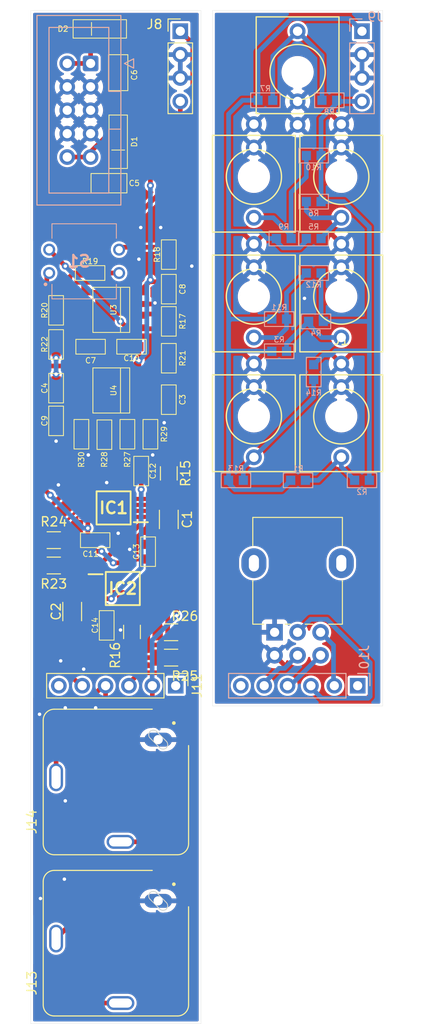
<source format=kicad_pcb>
(kicad_pcb (version 20211014) (generator pcbnew)
  (layers (0 "F.Cu" signal) (31 "B.Cu" signal) (34 "B.Paste" user) (35 "F.Paste" user) (36 "B.SilkS" user "B.Silkscreen") (37 "F.SilkS" user "F.Silkscreen") (38 "B.Mask" user) (39 "F.Mask" user) (44 "Edge.Cuts" user))
  (net 0 "")
  (net 1 "GND")
  (net 2 "Net-(C1-Pad1)")
  (net 3 "Net-(C1-Pad2)")
  (net 4 "Net-(C2-Pad1)")
  (net 5 "Net-(C2-Pad2)")
  (net 6 "+12V")
  (net 7 "-12V")
  (net 8 "Net-(D1-Pad2)")
  (net 9 "Net-(D2-Pad1)")
  (net 10 "Net-(J1-Pad3)")
  (net 11 "Net-(J2-Pad3)")
  (net 12 "Net-(J3-Pad3)")
  (net 13 "Net-(J4-Pad3)")
  (net 14 "Net-(J5-Pad3)")
  (net 15 "Net-(J6-Pad3)")
  (net 16 "Net-(J7-Pad3)")
  (net 17 "Net-(J9-Pad1)")
  (net 18 "Net-(J10-Pad4)")
  (net 19 "Net-(J10-Pad2)")
  (net 21 "Net-(R17-Pad2)")
  (net 22 "Net-(R18-Pad2)")
  (net 23 "Net-(C3-Pad2)")
  (net 24 "Net-(C3-Pad1)")
  (net 25 "Net-(C4-Pad2)")
  (net 26 "Net-(C4-Pad1)")
  (net 27 "Net-(J8-Pad1)")
  (net 28 "Net-(J10-Pad3)")
  (net 29 "Rout")
  (net 30 "Lout")
  (net 31 "HPoutR")
  (net 32 "HPoutL")
  (net 33 "Net-(R19-Pad2)")
  (net 34 "Net-(R20-Pad2)")
  (net 35 "Net-(IC1-Pad6)")
  (net 36 "Net-(IC1-Pad1)")
  (net 37 "Net-(IC2-Pad6)")
  (net 38 "Net-(IC2-Pad1)")
  (net 39 "Net-(J9-Pad4)")
  (net 40 "Net-(J8-Pad4)")
  (net 42 "Net-(J10-Pad5)")
  (footprint "nearness:PJ301M12" (layer "F.Cu") (at 156.5 71.055 180)
    (fp_text reference "J2" hide)
    (fp_text value "PJ301M12")
  )
  (footprint "nearness:PJ301M12" (layer "F.Cu") (at 156.5 58.055 180)
    (fp_text reference "J3" hide)
    (fp_text value "PJ301M12")
  )
  (footprint "nearness:PJ301M12" (layer "F.Cu") (at 151.75 46.695)
    (fp_text reference "J4" hide)
    (fp_text value "PJ301M12")
  )
  (footprint "nearness:PJ301M12" (layer "F.Cu") (at 147 58.055 180)
    (fp_text reference "J5" hide)
    (fp_text value "PJ301M12")
  )
  (footprint "nearness:PJ301M12" (layer "F.Cu") (at 147 71.055 180)
    (fp_text reference "J6" hide)
    (fp_text value "PJ301M12")
  )
  (footprint "nearness:PJ301M12" (layer "F.Cu") (at 147 84.055 180)
    (fp_text reference "J7" hide)
    (fp_text value "PJ301M12")
  )
  (footprint "Capacitors_SMD:C_1206" (layer "F.Cu") (at 137.75 95.25 90)
    (fp_text reference "C1")
    (fp_text value "100n")
  )
  (footprint "Capacitors_SMD:C_1206" (layer "F.Cu") (at 127.25 105.25 90)
    (fp_text reference "C2")
    (fp_text value "100n")
  )
  (footprint "nearness:0603" (layer "F.Cu") (at 137.75 82.25 -90)
    (fp_text reference "C3")
    (fp_text value "22p")
  )
  (footprint "nearness:0603" (layer "F.Cu") (at 125.5 81 -90)
    (fp_text reference "C4")
    (fp_text value "22p")
  )
  (footprint "nearness:0805" (layer "F.Cu") (at 131.25 58.75 180)
    (fp_text reference "C5")
    (fp_text value "22u")
  )
  (footprint "nearness:0805" (layer "F.Cu") (at 132.25 46.75 90)
    (fp_text reference "C6")
    (fp_text value "22u")
  )
  (footprint "nearness:0603" (layer "F.Cu") (at 129.25 76.5)
    (fp_text reference "C7")
    (fp_text value "100n")
  )
  (footprint "nearness:0603" (layer "F.Cu") (at 137.75 70.25 90)
    (fp_text reference "C8")
    (fp_text value "100n")
  )
  (footprint "nearness:0603" (layer "F.Cu") (at 125.5 84.55 -90)
    (fp_text reference "C9")
    (fp_text value "100n")
  )
  (footprint "nearness:0603" (layer "F.Cu") (at 133.7 76.5)
    (fp_text reference "C10")
    (fp_text value "100n")
  )
  (footprint "nearness:SOD-123" (layer "F.Cu") (at 132.25 54.25 90)
    (fp_text reference "D1")
    (fp_text value "1N5819HW")
  )
  (footprint "nearness:SOD-123" (layer "F.Cu") (at 130.25 42)
    (fp_text reference "D2")
    (fp_text value "1N5819HW")
  )
  (footprint "nearness:PJ301M12" (layer "F.Cu") (at 156.5 84.055 180)
    (fp_text reference "J1")
    (fp_text value "PJ301M12")
  )
  (footprint "Connector_PinHeader_2.54mm:PinHeader_1x04_P2.54mm_Vertical" (layer "F.Cu") (at 139 42.25)
    (fp_text reference "J8")
    (fp_text value "Conn_01x03_Male")
  )
  (footprint "Connector_PinHeader_2.54mm:PinHeader_1x06_P2.54mm_Vertical" (layer "F.Cu") (at 138.5 113.3 -90)
    (fp_text reference "J11")
    (fp_text value "Conn_01x04_Male")
  )
  (footprint "Resistor_SMD:R_1206_3216Metric" (layer "F.Cu") (at 137.75 90.25 -90)
    (fp_text reference "R15")
    (fp_text value "100k")
  )
  (footprint "Resistor_SMD:R_1206_3216Metric" (layer "F.Cu") (at 133.75 107.4625 90)
    (fp_text reference "R16")
    (fp_text value "100k")
  )
  (footprint "nearness:0603" (layer "F.Cu") (at 137.75 73.75 -90)
    (fp_text reference "R17")
    (fp_text value "100k")
  )
  (footprint "nearness:0603" (layer "F.Cu") (at 137.75 66.5 90)
    (fp_text reference "R18")
    (fp_text value "100k")
  )
  (footprint "nearness:0603" (layer "F.Cu") (at 129.2 68.5)
    (fp_text reference "R19")
    (fp_text value "100k")
  )
  (footprint "nearness:0603" (layer "F.Cu") (at 125.5 72.55 -90)
    (fp_text reference "R20")
    (fp_text value "100k")
  )
  (footprint "nearness:0603" (layer "F.Cu") (at 137.75 77.75 -90)
    (fp_text reference "R21")
    (fp_text value "100k")
  )
  (footprint "nearness:0603" (layer "F.Cu") (at 125.5 76.25 -90)
    (fp_text reference "R22")
    (fp_text value "100k")
  )
  (footprint "Resistor_SMD:R_1206_3216Metric" (layer "F.Cu") (at 125.25 100.25 180)
    (fp_text reference "R23")
    (fp_text value "1")
  )
  (footprint "Resistor_SMD:R_1206_3216Metric" (layer "F.Cu") (at 125.25 97.5 180)
    (fp_text reference "R24")
    (fp_text value "1")
  )
  (footprint "Resistor_SMD:R_1206_3216Metric" (layer "F.Cu") (at 138 110.25)
    (fp_text reference "R25")
    (fp_text value "1")
  )
  (footprint "Resistor_SMD:R_1206_3216Metric" (layer "F.Cu") (at 138 107.5)
    (fp_text reference "R26")
    (fp_text value "1")
  )
  (footprint "nearness:0603" (layer "F.Cu") (at 133.25 86 -90)
    (fp_text reference "R27")
    (fp_text value "100k")
  )
  (footprint "nearness:0603" (layer "F.Cu") (at 130.75 86.05 -90)
    (fp_text reference "R28")
    (fp_text value "100k")
  )
  (footprint "nearness:0603" (layer "F.Cu") (at 135.75 86 -90)
    (fp_text reference "R29")
    (fp_text value "1k")
  )
  (footprint "nearness:0603" (layer "F.Cu") (at 128.25 86 -90)
    (fp_text reference "R30")
    (fp_text value "1k")
  )
  (footprint "Potentiometer_THT:Potentiometer_Alpha_RD902F-40-00D_Dual_Vertical" (layer "F.Cu") (at 149.25 107.5 90)
    (fp_text reference "RV1" hide)
    (fp_text value "R_POT_Dual_Separate" hide)
  )
  (footprint "nearness:SOIC-8" (layer "F.Cu") (at 131.5 72.5 90)
    (fp_text reference "U3")
    (fp_text value "LME49720")
  )
  (footprint "nearness:SOIC-8" (layer "F.Cu") (at 131.5 81.25 90)
    (fp_text reference "U4")
    (fp_text value "LME49720")
  )
  (footprint "SamacSys_Parts:SOP65P640X145-8N" (layer "F.Cu") (at 131.75 94 180)
    (fp_text reference "IC1")
    (fp_text value "NJM4556AV-TE1" hide)
  )
  (footprint "SamacSys_Parts:SOP65P640X145-8N" (layer "F.Cu") (at 132.75 102.75)
    (fp_text reference "IC2")
    (fp_text value "NJM4556AV-TE1" hide)
  )
  (footprint "nearness:0603" (layer "F.Cu") (at 129.75 97.5)
    (fp_text reference "C11")
    (fp_text value "100n")
  )
  (footprint "nearness:0603" (layer "F.Cu") (at 134.75 90 -90)
    (fp_text reference "C12")
    (fp_text value "100n")
  )
  (footprint "nearness:0603" (layer "F.Cu") (at 135.5 98.75 90)
    (fp_text reference "C13")
    (fp_text value "100n")
  )
  (footprint "nearness:0603" (layer "F.Cu") (at 131 106.75 90)
    (fp_text reference "C14")
    (fp_text value "100n")
  )
  (footprint "nearness:CUI_SJ-63083A" (layer "F.Cu") (at 132 123.75 90)
    (fp_text reference "J14")
    (fp_text value "SJ-63083A")
    (fp_line (start 5.47988 4.41922) (end 4.41922 5.47988) (layer "Edge.Cuts") (width 0.1))
    (fp_line (start 3.71212 4.77278) (end 4.77278 3.71212) (layer "Edge.Cuts") (width 0.1))
    (fp_arc (start 4.41922 5.47988) (mid 4.06567 5.626325) (end 3.71212 5.47988) (layer "Edge.Cuts") (width 0.1))
    (fp_arc (start 3.71212 5.47988) (mid 3.565675 5.12633) (end 3.71212 4.77278) (layer "Edge.Cuts") (width 0.1))
    (fp_arc (start 4.77278 3.71212) (mid 5.12633 3.565675) (end 5.47988 3.71212) (layer "Edge.Cuts") (width 0.1))
    (fp_arc (start 5.47988 3.71212) (mid 5.626325 4.06567) (end 5.47988 4.41922) (layer "Edge.Cuts") (width 0.1))
  )
  (footprint "nearness:CUI_SJ-63083A" (layer "F.Cu") (at 132 141.25 90)
    (fp_text reference "J13")
    (fp_text value "SJ-63083A")
    (fp_line (start 5.47988 4.41922) (end 4.41922 5.47988) (layer "Edge.Cuts") (width 0.1))
    (fp_line (start 3.71212 4.77278) (end 4.77278 3.71212) (layer "Edge.Cuts") (width 0.1))
    (fp_arc (start 5.47988 3.71212) (mid 5.626325 4.06567) (end 5.47988 4.41922) (layer "Edge.Cuts") (width 0.1))
    (fp_arc (start 4.41922 5.47988) (mid 4.06567 5.626325) (end 3.71212 5.47988) (layer "Edge.Cuts") (width 0.1))
    (fp_arc (start 4.77278 3.71212) (mid 5.12633 3.565675) (end 5.47988 3.71212) (layer "Edge.Cuts") (width 0.1))
    (fp_arc (start 3.71212 5.47988) (mid 3.565675 5.12633) (end 3.71212 4.77278) (layer "Edge.Cuts") (width 0.1))
  )
  (footprint "nearness:0603" (layer "B.Cu") (at 151.8 91 180)
    (fp_text reference "R1")
    (fp_text value "100k")
  )
  (footprint "nearness:0603" (layer "B.Cu") (at 158.75 91)
    (fp_text reference "R2")
    (fp_text value "1M67")
  )
  (footprint "nearness:0603" (layer "B.Cu") (at 149.75 77 180)
    (fp_text reference "R3")
    (fp_text value "103k")
  )
  (footprint "nearness:0603" (layer "B.Cu") (at 153.75 73.75)
    (fp_text reference "R4")
    (fp_text value "439k")
  )
  (footprint "nearness:0603" (layer "B.Cu") (at 153.5 64.75 180)
    (fp_text reference "R5")
    (fp_text value "113k")
  )
  (footprint "nearness:0603" (layer "B.Cu") (at 153.5 60.75)
    (fp_text reference "R6")
    (fp_text value "215k")
  )
  (footprint "nearness:0603" (layer "B.Cu") (at 148.25 49.75 180)
    (fp_text reference "R7")
    (fp_text value "141k")
  )
  (footprint "nearness:0603" (layer "B.Cu") (at 155.2 49.75)
    (fp_text reference "R8")
    (fp_text value "141k")
  )
  (footprint "nearness:0603" (layer "B.Cu") (at 150.25 64.75 180)
    (fp_text reference "R9")
    (fp_text value "215k")
  )
  (footprint "nearness:0603" (layer "B.Cu") (at 153.5 55.75)
    (fp_text reference "R10")
    (fp_text value "113k")
  )
  (footprint "nearness:0603" (layer "B.Cu") (at 149.75 73.5 180)
    (fp_text reference "R11")
    (fp_text value "439k")
  )
  (footprint "nearness:0603" (layer "B.Cu") (at 153.5 68.5)
    (fp_text reference "R12")
    (fp_text value "103k")
  )
  (footprint "nearness:0603" (layer "B.Cu") (at 145.05 91 180)
    (fp_text reference "R13")
    (fp_text value "1M67")
  )
  (footprint "nearness:0603" (layer "B.Cu") (at 153.5 79.25 90)
    (fp_text reference "R14")
    (fp_text value "100k")
  )
  (footprint "Connector_PinSocket_2.54mm:PinSocket_1x04_P2.54mm_Vertical" (layer "B.Cu") (at 158.75 42.25 180)
    (fp_text reference "J9")
    (fp_text value "Conn_01x03_Female")
  )
  (footprint "Connector_PinSocket_2.54mm:PinSocket_1x06_P2.54mm_Vertical" (layer "B.Cu") (at 158.28 113.3 90)
    (fp_text reference "J10")
    (fp_text value "Conn_01x04_Female")
  )
  (footprint "SamacSys_Parts:ADP0204" (layer "B.Cu") (at 124.75 68.5)
    (fp_text reference "S1")
    (fp_text value "ADP0204" hide)
  )
  (footprint "Connector_IDC:IDC-Header_2x05_P2.54mm_Vertical" (layer "B.Cu") (at 129.25 45.75 180)
    (fp_text reference "J12" hide)
    (fp_text value "Conn_02x05_Odd_Even")
  )
  (gr_line (start 161 40) (end 161 115.5) (layer "Edge.Cuts") (width 0.0254))
  (gr_line (start 161 115.5) (end 142.5 115.5) (layer "Edge.Cuts") (width 0.0254))
  (gr_line (start 142.5 115.5) (end 142.5 40) (layer "Edge.Cuts") (width 0.0254))
  (gr_line (start 142.5 40) (end 161 40) (layer "Edge.Cuts") (width 0.0254))
  (gr_line (start 141.25 150) (end 122.75 150) (layer "Edge.Cuts") (width 0.0254))
  (gr_line (start 122.75 150) (end 122.75 40) (layer "Edge.Cuts") (width 0.0254))
  (gr_line (start 141.25 40) (end 141.25 150) (layer "Edge.Cuts") (width 0.0254))
  (gr_line (start 122.75 40) (end 141.25 40) (layer "Edge.Cuts") (width 0.0254))
  (via (at 126 110.6) (size 0.762) (drill 0.381) (layers "F.Cu" "B.Cu") (net 1))
  (via (at 134.5 67) (size 0.762) (drill 0.381) (layers "F.Cu" "B.Cu") (net 1))
  (via (at 134.7 63.56) (size 0.762) (drill 0.381) (layers "F.Cu" "B.Cu") (net 1))
  (via (at 136.87 63.56) (size 0.762) (drill 0.381) (layers "F.Cu" "B.Cu") (net 1))
  (via (at 125.5 86.75) (size 0.762) (drill 0.381) (layers "F.Cu" "B.Cu") (net 1))
  (via (at 152.5 71.25) (size 0.762) (drill 0.381) (layers "F.Cu" "B.Cu") (net 1))
  (via (at 132.25 96.75) (size 0.762) (drill 0.381) (layers "F.Cu" "B.Cu") (net 1))
  (via (at 132.5 107.25) (size 0.762) (drill 0.381) (layers "F.Cu" "B.Cu") (net 1))
  (via (at 131 91.25) (size 0.762) (drill 0.381) (layers "F.Cu" "B.Cu") (net 1))
  (via (at 125.75 91.5) (size 0.762) (drill 0.381) (layers "F.Cu" "B.Cu") (net 1))
  (via (at 129 88.25) (size 0.762) (drill 0.381) (layers "F.Cu" "B.Cu") (net 1))
  (via (at 123.8 136.4) (size 0.762) (drill 0.381) (layers "F.Cu" "B.Cu") (net 1))
  (via (at 136.25 71.75) (size 0.762) (drill 0.381) (layers "F.Cu" "B.Cu") (net 1))
  (via (at 133.5 98.5) (size 0.762) (drill 0.381) (layers "F.Cu" "B.Cu") (net 1))
  (via (at 126.5 115.7) (size 0.762) (drill 0.381) (layers "F.Cu" "B.Cu") (net 1))
  (via (at 137.25 84.75) (size 0.762) (drill 0.381) (layers "F.Cu" "B.Cu") (net 1))
  (via (at 123.7 116.4) (size 0.762) (drill 0.381) (layers "F.Cu" "B.Cu") (net 1))
  (via (at 129.8 115.7) (size 0.762) (drill 0.381) (layers "F.Cu" "B.Cu") (net 1))
  (via (at 126.5 125.8) (size 0.762) (drill 0.381) (layers "F.Cu" "B.Cu") (net 1))
  (via (at 140.25 67.75) (size 0.762) (drill 0.381) (layers "F.Cu" "B.Cu") (net 1))
  (via (at 128.5 111.5) (size 0.762) (drill 0.381) (layers "F.Cu" "B.Cu") (net 1))
  (via (at 126.4 134.3) (size 0.762) (drill 0.381) (layers "F.Cu" "B.Cu") (net 1))
  (via (at 136 88.25) (size 0.762) (drill 0.381) (layers "F.Cu" "B.Cu") (net 1))
  (segment (start 136.904991 111.891999) (end 137.62998 111.16701) (width 0.508) (layer "F.Cu") (net 2))
  (segment (start 137.62998 111.16701) (end 137.62998 96.87002) (width 0.508) (layer "F.Cu") (net 2))
  (segment (start 137.62998 96.87002) (end 137.75 96.75) (width 0.508) (layer "F.Cu") (net 2))
  (segment (start 134.568001 111.891999) (end 136.904991 111.891999) (width 0.508) (layer "F.Cu") (net 2))
  (segment (start 133.21 113.25) (end 134.568001 111.891999) (width 0.508) (layer "F.Cu") (net 2))
  (segment (start 134.712 93.675) (end 137.675 93.675) (width 0.3) (layer "F.Cu") (net 3))
  (segment (start 134.712 93.675) (end 133.647298 93.675) (width 0.3) (layer "F.Cu") (net 3))
  (segment (start 133.647298 93.675) (end 132.997298 93.025) (width 0.3) (layer "F.Cu") (net 3))
  (segment (start 132.997298 93.025) (end 128.788 93.025) (width 0.3) (layer "F.Cu") (net 3))
  (segment (start 137.675 93.675) (end 137.75 93.75) (width 0.3) (layer "F.Cu") (net 3))
  (segment (start 137.75 91.7125) (end 137.75 93.75) (width 0.508) (layer "F.Cu") (net 3))
  (segment (start 127.25 112.37) (end 128.13 113.25) (width 0.508) (layer "F.Cu") (net 4))
  (segment (start 127.25 106.75) (end 127.25 112.37) (width 0.508) (layer "F.Cu") (net 4))
  (segment (start 129.788 103.075) (end 127.925 103.075) (width 0.3) (layer "F.Cu") (net 5))
  (segment (start 132.825 103.075) (end 129.788 103.075) (width 0.3) (layer "F.Cu") (net 5))
  (segment (start 133.75 106) (end 135.712 104.038) (width 0.508) (layer "F.Cu") (net 5))
  (segment (start 135.712 104.038) (end 135.712 103.808001) (width 0.508) (layer "F.Cu") (net 5))
  (segment (start 135.712 103.725) (end 133.475 103.725) (width 0.3) (layer "F.Cu") (net 5))
  (segment (start 133.475 103.725) (end 132.825 103.075) (width 0.3) (layer "F.Cu") (net 5))
  (segment (start 127.925 103.075) (end 127.25 103.75) (width 0.3) (layer "F.Cu") (net 5))
  (segment (start 127.456001 64.801999) (end 124.194159 64.801999) (width 0.508) (layer "F.Cu") (net 6))
  (segment (start 135.5 99.55) (end 135.5 101.479999) (width 0.508) (layer "F.Cu") (net 6))
  (segment (start 124.194159 64.801999) (end 123.591999 65.404159) (width 0.508) (layer "F.Cu") (net 6))
  (segment (start 128.95 97.5) (end 128.95 96.2) (width 0.508) (layer "F.Cu") (net 6))
  (segment (start 134.2 99.55) (end 135.5 99.55) (width 0.508) (layer "F.Cu") (net 6))
  (segment (start 123.591999 81.841999) (end 123.591999 91.341999) (width 0.508) (layer "F.Cu") (net 6))
  (segment (start 126.358001 78.591999) (end 123.591999 78.591999) (width 0.508) (layer "F.Cu") (net 6))
  (segment (start 128.95 95.220001) (end 128.788 95.058001) (width 0.508) (layer "F.Cu") (net 6))
  (segment (start 123.591999 91.341999) (end 124.871382 92.621382) (width 0.508) (layer "F.Cu") (net 6))
  (segment (start 123.591999 81.841999) (end 125.5 83.75) (width 0.508) (layer "F.Cu") (net 6))
  (segment (start 132.25 60.008) (end 127.456001 64.801999) (width 0.508) (layer "F.Cu") (net 6))
  (segment (start 128.95 97.5) (end 128.95 97.7) (width 0.508) (layer "F.Cu") (net 6))
  (segment (start 133.786382 99.963618) (end 134.2 99.55) (width 0.508) (layer "F.Cu") (net 6))
  (segment (start 128.5 83.155) (end 126.095 83.155) (width 0.508) (layer "F.Cu") (net 6))
  (segment (start 132.25 58.75) (end 132.25 60.008) (width 0.508) (layer "F.Cu") (net 6))
  (segment (start 131.713618 99.963618) (end 133.786382 99.963618) (width 0.508) (layer "F.Cu") (net 6))
  (segment (start 128.95 97.814402) (end 129.84198 98.706382) (width 0.508) (layer "F.Cu") (net 6))
  (segment (start 128.95 96.2) (end 128.95 95.220001) (width 0.508) (layer "F.Cu") (net 6))
  (segment (start 135.5 101.479999) (end 135.712 101.691999) (width 0.508) (layer "F.Cu") (net 6))
  (segment (start 126.095 83.155) (end 125.5 83.75) (width 0.508) (layer "F.Cu") (net 6))
  (segment (start 132.25 56.15) (end 132.25 58.75) (width 0.508) (layer "F.Cu") (net 6))
  (segment (start 128.45 76.5) (end 128.45 74.455) (width 0.508) (layer "F.Cu") (net 6))
  (segment (start 123.591999 78.591999) (end 123.591999 81.841999) (width 0.508) (layer "F.Cu") (net 6))
  (segment (start 128.95 97.5) (end 128.95 97.814402) (width 0.508) (layer "F.Cu") (net 6))
  (segment (start 128.45 74.455) (end 128.5 74.405) (width 0.508) (layer "F.Cu") (net 6))
  (segment (start 129.84198 98.706382) (end 130.456382 98.706382) (width 0.508) (layer "F.Cu") (net 6))
  (segment (start 128.45 76.5) (end 126.358001 78.591999) (width 0.508) (layer "F.Cu") (net 6))
  (segment (start 123.591999 65.404159) (end 123.591999 78.591999) (width 0.508) (layer "F.Cu") (net 6))
  (via (at 131.713618 99.963618) (size 0.762) (drill 0.381) (layers "F.Cu" "B.Cu") (net 6))
  (via (at 130.456382 98.706382) (size 0.762) (drill 0.381) (layers "F.Cu" "B.Cu") (net 6))
  (via (at 128.95 96.2) (size 0.762) (drill 0.381) (layers "F.Cu" "B.Cu") (net 6))
  (via (at 124.871382 92.621382) (size 0.762) (drill 0.381) (layers "F.Cu" "B.Cu") (net 6))
  (segment (start 130.456382 98.706382) (end 131.713618 99.963618) (width 0.508) (layer "B.Cu") (net 6))
  (segment (start 124.871382 92.621382) (end 128.45 96.2) (width 0.508) (layer "B.Cu") (net 6))
  (segment (start 128.45 96.2) (end 128.95 96.2) (width 0.508) (layer "B.Cu") (net 6))
  (segment (start 134.75 92) (end 134.75 92.903999) (width 0.508) (layer "F.Cu") (net 7))
  (segment (start 131.5 103.86) (end 129.839999 103.86) (width 0.508) (layer "F.Cu") (net 7))
  (segment (start 132.229989 89.287989) (end 133.742 90.8) (width 0.508) (layer "F.Cu") (net 7))
  (segment (start 134.5 78) (end 134.5 79.345) (width 0.508) (layer "F.Cu") (net 7))
  (segment (start 131 105.95) (end 129.992 105.95) (width 0.508) (layer "F.Cu") (net 7))
  (segment (start 129.75 103.846001) (end 129.788 103.808001) (width 0.508) (layer "F.Cu") (net 7))
  (segment (start 134.5 70.595) (end 135.645 69.45) (width 0.508) (layer "F.Cu") (net 7))
  (segment (start 134.75 90.8) (end 134.75 92) (width 0.508) (layer "F.Cu") (net 7))
  (segment (start 132.25 45.75) (end 135.410158 45.75) (width 0.508) (layer "F.Cu") (net 7))
  (segment (start 134.75 92.903999) (end 134.712 92.941999) (width 0.508) (layer "F.Cu") (net 7))
  (segment (start 129.992 105.95) (end 129.788 105.746) (width 0.508) (layer "F.Cu") (net 7))
  (segment (start 129.788 105.746) (end 129.788 103.808001) (width 0.508) (layer "F.Cu") (net 7))
  (segment (start 135.410158 45.75) (end 135.75 46.089842) (width 0.508) (layer "F.Cu") (net 7))
  (segment (start 129.839999 103.86) (end 129.788 103.808001) (width 0.508) (layer "F.Cu") (net 7))
  (segment (start 132.15 45.65) (end 132.25 45.75) (width 0.508) (layer "F.Cu") (net 7))
  (segment (start 133.742 90.8) (end 134.75 90.8) (width 0.508) (layer "F.Cu") (net 7))
  (segment (start 132.229989 80.270011) (end 132.229989 89.287989) (width 0.508) (layer "F.Cu") (net 7))
  (segment (start 132.15 42) (end 132.15 45.65) (width 0.508) (layer "F.Cu") (net 7))
  (segment (start 134.5 78) (end 132.229989 80.270011) (width 0.508) (layer "F.Cu") (net 7))
  (segment (start 135.75 46.089842) (end 135.75 59) (width 0.508) (layer "F.Cu") (net 7))
  (segment (start 135.645 69.45) (end 137.75 69.45) (width 0.508) (layer "F.Cu") (net 7))
  (segment (start 134.5 76.5) (end 134.5 78) (width 0.508) (layer "F.Cu") (net 7))
  (via (at 134.75 92) (size 0.762) (drill 0.381) (layers "F.Cu" "B.Cu") (net 7))
  (via (at 134.5 78) (size 0.762) (drill 0.381) (layers "F.Cu" "B.Cu") (net 7))
  (via (at 131.5 103.86) (size 0.762) (drill 0.381) (layers "F.Cu" "B.Cu") (net 7))
  (via (at 135.75 59) (size 0.762) (drill 0.381) (layers "F.Cu" "B.Cu") (net 7))
  (via (at 135.75 69.25) (size 0.762) (drill 0.381) (layers "F.Cu" "B.Cu") (net 7))
  (segment (start 135.75 59) (end 135.75 69.25) (width 0.508) (layer "B.Cu") (net 7))
  (segment (start 135.75 69.25) (end 135.360999 69.639001) (width 0.508) (layer "B.Cu") (net 7))
  (segment (start 134.75 100.5) (end 131.5 103.75) (width 0.508) (layer "B.Cu") (net 7))
  (segment (start 135.360999 77.139001) (end 134.5 78) (width 0.508) (layer "B.Cu") (net 7))
  (segment (start 131.5 103.75) (end 131.5 103.86) (width 0.508) (layer "B.Cu") (net 7))
  (segment (start 135.360999 69.639001) (end 135.360999 77.139001) (width 0.508) (layer "B.Cu") (net 7))
  (segment (start 134.75 92) (end 134.75 100.5) (width 0.508) (layer "B.Cu") (net 7))
  (segment (start 129.25 55.35) (end 132.25 52.35) (width 0.508) (layer "F.Cu") (net 8))
  (segment (start 126.71 55.91) (end 129.25 55.91) (width 0.508) (layer "F.Cu") (net 8))
  (segment (start 129.25 55.91) (end 129.25 55.35) (width 0.508) (layer "F.Cu") (net 8))
  (segment (start 129.25 42.9) (end 128.35 42) (width 0.508) (layer "F.Cu") (net 9))
  (segment (start 126.71 45.75) (end 129.25 45.75) (width 0.508) (layer "F.Cu") (net 9))
  (segment (start 129.25 45.75) (end 129.25 42.9) (width 0.508) (layer "F.Cu") (net 9))
  (segment (start 154 91) (end 156.5 88.5) (width 0.508) (layer "B.Cu") (net 10))
  (segment (start 156.5 89.55) (end 157.95 91) (width 0.508) (layer "B.Cu") (net 10))
  (segment (start 152.6 91) (end 154 91) (width 0.508) (layer "B.Cu") (net 10))
  (segment (start 156.5 88.5) (end 156.5 89.55) (width 0.508) (layer "B.Cu") (net 10))
  (segment (start 152.95 74.064402) (end 152.95 73.75) (width 0.508) (layer "B.Cu") (net 11))
  (segment (start 150.55 76.15) (end 152.95 73.75) (width 0.508) (layer "B.Cu") (net 11))
  (segment (start 154.385598 75.5) (end 152.95 74.064402) (width 0.508) (layer "B.Cu") (net 11))
  (segment (start 156.5 75.5) (end 154.385598 75.5) (width 0.508) (layer "B.Cu") (net 11))
  (segment (start 150.55 77) (end 150.55 76.15) (width 0.508) (layer "B.Cu") (net 11))
  (segment (start 154.3 64.75) (end 154.3 64.7) (width 0.508) (layer "B.Cu") (net 12))
  (segment (start 154.3 64.7) (end 156.5 62.5) (width 0.508) (layer "B.Cu") (net 12))
  (segment (start 152.7 61.758) (end 152.7 60.75) (width 0.508) (layer "B.Cu") (net 12))
  (segment (start 156.5 62.5) (end 153.442 62.5) (width 0.508) (layer "B.Cu") (net 12))
  (segment (start 153.442 62.5) (end 152.7 61.758) (width 0.508) (layer "B.Cu") (net 12))
  (segment (start 154.4 44.9) (end 151.75 42.25) (width 0.508) (layer "B.Cu") (net 13))
  (segment (start 149.05 49.75) (end 149.05 44.95) (width 0.508) (layer "B.Cu") (net 13))
  (segment (start 149.05 44.95) (end 151.75 42.25) (width 0.508) (layer "B.Cu") (net 13))
  (segment (start 154.4 49.75) (end 154.4 44.9) (width 0.508) (layer "B.Cu") (net 13))
  (segment (start 149.114402 62.5) (end 147 62.5) (width 0.508) (layer "B.Cu") (net 14))
  (segment (start 152.7 58.077644) (end 151.05 59.727644) (width 0.508) (layer "B.Cu") (net 14))
  (segment (start 151.05 59.727644) (end 151.05 64.75) (width 0.508) (layer "B.Cu") (net 14))
  (segment (start 151.05 64.435598) (end 149.114402 62.5) (width 0.508) (layer "B.Cu") (net 14))
  (segment (start 152.7 55.75) (end 152.7 58.077644) (width 0.508) (layer "B.Cu") (net 14))
  (segment (start 151.05 64.75) (end 151.05 64.435598) (width 0.508) (layer "B.Cu") (net 14))
  (segment (start 150.55 70.65) (end 152.7 68.5) (width 0.508) (layer "B.Cu") (net 15))
  (segment (start 150.55 74.508) (end 149.558 75.5) (width 0.508) (layer "B.Cu") (net 15))
  (segment (start 149.558 75.5) (end 147 75.5) (width 0.508) (layer "B.Cu") (net 15))
  (segment (start 150.55 73.5) (end 150.55 74.508) (width 0.508) (layer "B.Cu") (net 15))
  (segment (start 150.55 73.5) (end 150.55 70.65) (width 0.508) (layer "B.Cu") (net 15))
  (segment (start 153.5 80.05) (end 153.5 82) (width 0.508) (layer "B.Cu") (net 16))
  (segment (start 145.85 91) (end 145.85 89.65) (width 0.508) (layer "B.Cu") (net 16))
  (segment (start 153.5 82) (end 147 88.5) (width 0.508) (layer "B.Cu") (net 16))
  (segment (start 145.85 89.65) (end 147 88.5) (width 0.508) (layer "B.Cu") (net 16))
  (segment (start 149.991999 92.008001) (end 144.943599 92.008001) (width 0.508) (layer "B.Cu") (net 17))
  (segment (start 152.7 64.75) (end 152.7 65.014402) (width 0.508) (layer "B.Cu") (net 17))
  (segment (start 150.143599 65.758001) (end 149.45 65.064402) (width 0.508) (layer "B.Cu") (net 17))
  (segment (start 144.943599 92.008001) (end 144.25 91.314402) (width 0.508) (layer "B.Cu") (net 17))
  (segment (start 151.091631 40.878399) (end 157.378399 40.878399) (width 0.508) (layer "B.Cu") (net 17))
  (segment (start 144.25 51.25) (end 144.25 61) (width 0.508) (layer "B.Cu") (net 17))
  (segment (start 144.5 73.5) (end 144.25 73.75) (width 0.508) (layer "B.Cu") (net 17))
  (segment (start 145.75 49.75) (end 144.25 51.25) (width 0.508) (layer "B.Cu") (net 17))
  (segment (start 147.68997 77) (end 147.658369 76.968399) (width 0.508) (layer "B.Cu") (net 17))
  (segment (start 147.45 49.75) (end 147.45 44.52003) (width 0.508) (layer "B.Cu") (net 17))
  (segment (start 149.45 64.75) (end 148.442 64.75) (width 0.508) (layer "B.Cu") (net 17))
  (segment (start 148.442 64.75) (end 147.660399 63.968399) (width 0.508) (layer "B.Cu") (net 17))
  (segment (start 144.281601 63.968399) (end 144.25 64) (width 0.508) (layer "B.Cu") (net 17))
  (segment (start 148.95 73.5) (end 144.5 73.5) (width 0.508) (layer "B.Cu") (net 17))
  (segment (start 152.7 65.014402) (end 151.956401 65.758001) (width 0.508) (layer "B.Cu") (net 17))
  (segment (start 147.45 49.75) (end 145.75 49.75) (width 0.508) (layer "B.Cu") (net 17))
  (segment (start 147.45 44.52003) (end 151.091631 40.878399) (width 0.508) (layer "B.Cu") (net 17))
  (segment (start 144.25 64) (end 144.25 73.75) (width 0.508) (layer "B.Cu") (net 17))
  (segment (start 144.25 76.75) (end 144.25 91) (width 0.508) (layer "B.Cu") (net 17))
  (segment (start 151 91) (end 149.991999 92.008001) (width 0.508) (layer "B.Cu") (net 17))
  (segment (start 147.660399 63.968399) (end 144.281601 63.968399) (width 0.508) (layer "B.Cu") (net 17))
  (segment (start 147.658369 76.968399) (end 144.468399 76.968399) (width 0.508) (layer "B.Cu") (net 17))
  (segment (start 144.25 61) (end 144.25 64) (width 0.508) (layer "B.Cu") (net 17))
  (segment (start 157.378399 40.878399) (end 158.75 42.25) (width 0.508) (layer "B.Cu") (net 17))
  (segment (start 144.25 91.314402) (end 144.25 91) (width 0.508) (layer "B.Cu") (net 17))
  (segment (start 148.95 77) (end 147.68997 77) (width 0.508) (layer "B.Cu") (net 17))
  (segment (start 151.956401 65.758001) (end 150.143599 65.758001) (width 0.508) (layer "B.Cu") (net 17))
  (segment (start 149.45 65.064402) (end 149.45 64.75) (width 0.508) (layer "B.Cu") (net 17))
  (segment (start 144.468399 76.968399) (end 144.25 76.75) (width 0.508) (layer "B.Cu") (net 17))
  (segment (start 144.25 73.75) (end 144.25 76.75) (width 0.508) (layer "B.Cu") (net 17))
  (segment (start 154.25 110) (end 151 113.25) (width 0.508) (layer "B.Cu") (net 18))
  (segment (start 151 113.25) (end 150.42 113.25) (width 0.508) (layer "B.Cu") (net 18))
  (segment (start 155.658001 108.908001) (end 155.658001 113.091999) (width 0.508) (layer "B.Cu") (net 19))
  (segment (start 154.25 107.5) (end 155.658001 108.908001) (width 0.508) (layer "B.Cu") (net 19))
  (segment (start 155.658001 113.091999) (end 155.5 113.25) (width 0.508) (layer "B.Cu") (net 19))
  (segment (start 124.75 65.96) (end 124.75 66) (width 0.508) (layer "F.Cu") (net 21))
  (segment (start 137.75 74.55) (end 134.645 74.55) (width 0.508) (layer "F.Cu") (net 21))
  (segment (start 134.645 74.55) (end 134.5 74.405) (width 0.508) (layer "F.Cu") (net 21))
  (segment (start 137.75 76.95) (end 137.75 74.55) (width 0.508) (layer "F.Cu") (net 21))
  (segment (start 124.75 66) (end 126.5 67.75) (width 0.508) (layer "F.Cu") (net 21))
  (segment (start 132.5 73.75) (end 133.155 74.405) (width 0.508) (layer "F.Cu") (net 21))
  (segment (start 133.155 74.405) (end 134.5 74.405) (width 0.508) (layer "F.Cu") (net 21))
  (via (at 132.5 73.75) (size 0.762) (drill 0.381) (layers "F.Cu" "B.Cu") (net 21))
  (via (at 126.5 67.75) (size 0.762) (drill 0.381) (layers "F.Cu" "B.Cu") (net 21))
  (segment (start 128.408001 69.658001) (end 132.5 73.75) (width 0.508) (layer "B.Cu") (net 21))
  (segment (start 126.5 67.75) (end 128.408001 69.658001) (width 0.508) (layer "B.Cu") (net 21))
  (segment (start 137.75 65.7) (end 132.61 65.7) (width 0.508) (layer "F.Cu") (net 22))
  (segment (start 132.61 65.7) (end 132.35 65.96) (width 0.508) (layer "F.Cu") (net 22))
  (segment (start 137.645 83.155) (end 137.75 83.05) (width 0.508) (layer "F.Cu") (net 23))
  (segment (start 134.5 83.155) (end 137.645 83.155) (width 0.508) (layer "F.Cu") (net 23))
  (segment (start 135.75 84.405) (end 134.5 83.155) (width 0.508) (layer "F.Cu") (net 23))
  (segment (start 135.75 85.2) (end 135.75 84.405) (width 0.508) (layer "F.Cu") (net 23))
  (segment (start 137.05 81.45) (end 136.615 81.885) (width 0.508) (layer "F.Cu") (net 24))
  (segment (start 134.5 81.885) (end 133.530598 81.885) (width 0.508) (layer "F.Cu") (net 24))
  (segment (start 137.75 81.45) (end 137.75 78.55) (width 0.508) (layer "F.Cu") (net 24))
  (segment (start 132.991999 84.941999) (end 133.25 85.2) (width 0.508) (layer "F.Cu") (net 24))
  (segment (start 137.75 81.45) (end 137.05 81.45) (width 0.508) (layer "F.Cu") (net 24))
  (segment (start 133.530598 81.885) (end 132.991999 82.423599) (width 0.508) (layer "F.Cu") (net 24))
  (segment (start 132.991999 82.423599) (end 132.991999 84.941999) (width 0.508) (layer "F.Cu") (net 24))
  (segment (start 136.615 81.885) (end 134.5 81.885) (width 0.508) (layer "F.Cu") (net 24))
  (segment (start 129.469402 81.885) (end 130.008001 82.423599) (width 0.508) (layer "F.Cu") (net 25))
  (segment (start 128.5 81.885) (end 125.585 81.885) (width 0.508) (layer "F.Cu") (net 25))
  (segment (start 128.694402 85.2) (end 128.25 85.2) (width 0.508) (layer "F.Cu") (net 25))
  (segment (start 125.585 81.885) (end 125.5 81.8) (width 0.508) (layer "F.Cu") (net 25))
  (segment (start 130.008001 82.423599) (end 130.008001 83.886401) (width 0.508) (layer "F.Cu") (net 25))
  (segment (start 128.5 81.885) (end 129.469402 81.885) (width 0.508) (layer "F.Cu") (net 25))
  (segment (start 130.008001 83.886401) (end 128.694402 85.2) (width 0.508) (layer "F.Cu") (net 25))
  (segment (start 125.5 77.05) (end 125.5 77.702999) (width 0.508) (layer "F.Cu") (net 26))
  (segment (start 128.5 80.615) (end 130.008 80.615) (width 0.508) (layer "F.Cu") (net 26))
  (segment (start 130.770011 81.377011) (end 130.770011 85.229989) (width 0.508) (layer "F.Cu") (net 26))
  (segment (start 128.5 80.615) (end 125.915 80.615) (width 0.508) (layer "F.Cu") (net 26))
  (segment (start 125.915 80.615) (end 125.5 80.2) (width 0.508) (layer "F.Cu") (net 26))
  (segment (start 125.5 80.2) (end 125.5 79.480999) (width 0.508) (layer "F.Cu") (net 26))
  (segment (start 130.770011 85.229989) (end 130.75 85.25) (width 0.508) (layer "F.Cu") (net 26))
  (segment (start 130.008 80.615) (end 130.770011 81.377011) (width 0.508) (layer "F.Cu") (net 26))
  (via (at 125.5 77.702999) (size 0.762) (drill 0.381) (layers "F.Cu" "B.Cu") (net 26))
  (via (at 125.5 79.480999) (size 0.762) (drill 0.381) (layers "F.Cu" "B.Cu") (net 26))
  (segment (start 125.5 77.702999) (end 125.5 79.25) (width 0.508) (layer "B.Cu") (net 26))
  (segment (start 125.5 79.25) (end 125.5 79.480999) (width 0.508) (layer "B.Cu") (net 26))
  (segment (start 140.358001 65.699999) (end 140.358001 43.608001) (width 0.508) (layer "F.Cu") (net 27))
  (segment (start 137.75 72.95) (end 137.764402 72.95) (width 0.508) (layer "F.Cu") (net 27))
  (segment (start 137.764402 72.95) (end 138.758001 71.956401) (width 0.508) (layer "F.Cu") (net 27))
  (segment (start 134.685 72.95) (end 134.5 73.135) (width 0.508) (layer "F.Cu") (net 27))
  (segment (start 138.758 67.3) (end 140.358001 65.699999) (width 0.508) (layer "F.Cu") (net 27))
  (segment (start 138.758001 68.308001) (end 137.75 67.3) (width 0.508) (layer "F.Cu") (net 27))
  (segment (start 137.75 67.3) (end 138.758 67.3) (width 0.508) (layer "F.Cu") (net 27))
  (segment (start 137.75 72.95) (end 134.685 72.95) (width 0.508) (layer "F.Cu") (net 27))
  (segment (start 140.358001 43.608001) (end 139 42.25) (width 0.508) (layer "F.Cu") (net 27))
  (segment (start 138.758001 71.956401) (end 138.758001 68.308001) (width 0.508) (layer "F.Cu") (net 27))
  (segment (start 153.158001 106.091999) (end 151.75 107.5) (width 0.508) (layer "B.Cu") (net 28))
  (segment (start 154.368001 114.658001) (end 159.436401 114.658001) (width 0.508) (layer "B.Cu") (net 28))
  (segment (start 159.436401 114.658001) (end 159.638001 114.456401) (width 0.508) (layer "B.Cu") (net 28))
  (segment (start 154.925841 106.091999) (end 153.158001 106.091999) (width 0.508) (layer "B.Cu") (net 28))
  (segment (start 152.96 113.25) (end 154.368001 114.658001) (width 0.508) (layer "B.Cu") (net 28))
  (segment (start 159.638001 114.456401) (end 159.638001 110.804159) (width 0.508) (layer "B.Cu") (net 28))
  (segment (start 159.638001 110.804159) (end 154.925841 106.091999) (width 0.508) (layer "B.Cu") (net 28))
  (segment (start 127.4 134.8) (end 123.6 138.6) (width 0.508) (layer "F.Cu") (net 29))
  (segment (start 125.128159 114.658001) (end 124.421999 113.951841) (width 0.508) (layer "F.Cu") (net 29))
  (segment (start 127.4 122.2) (end 127.4 134.8) (width 0.508) (layer "F.Cu") (net 29))
  (segment (start 124.85801 93.89199) (end 130.75 88) (width 0.508) (layer "F.Cu") (net 29))
  (segment (start 128.25 86.8) (end 130.7 86.8) (width 0.508) (layer "F.Cu") (net 29))
  (segment (start 128.25 147.75) (end 132.5 147.75) (width 0.508) (layer "F.Cu") (net 29))
  (segment (start 124.421999 113.951841) (end 124.421999 112.423863) (width 0.508) (layer "F.Cu") (net 29))
  (segment (start 130.67 113.25) (end 129.261999 114.658001) (width 0.508) (layer "F.Cu") (net 29))
  (segment (start 130.7 86.8) (end 130.75 86.85) (width 0.508) (layer "F.Cu") (net 29))
  (segment (start 130.88 113.3) (end 130.88 118.72) (width 0.508) (layer "F.Cu") (net 29))
  (segment (start 123.6 143.1) (end 128.25 147.75) (width 0.508) (layer "F.Cu") (net 29))
  (segment (start 123.6 138.6) (end 123.6 143.1) (width 0.508) (layer "F.Cu") (net 29))
  (segment (start 129.261999 114.658001) (end 125.128159 114.658001) (width 0.508) (layer "F.Cu") (net 29))
  (segment (start 124.85801 111.987852) (end 124.85801 93.89199) (width 0.508) (layer "F.Cu") (net 29))
  (segment (start 130.75 88) (end 130.75 86.85) (width 0.508) (layer "F.Cu") (net 29))
  (segment (start 130.88 118.72) (end 127.4 122.2) (width 0.508) (layer "F.Cu") (net 29))
  (segment (start 124.421999 112.423863) (end 124.85801 111.987852) (width 0.508) (layer "F.Cu") (net 29))
  (segment (start 135.96 115.84) (end 135.96 113.3) (width 0.508) (layer "F.Cu") (net 30))
  (segment (start 129.7 136.55) (end 129.7 122.1) (width 0.508) (layer "F.Cu") (net 30))
  (segment (start 138.6 99.4) (end 138.6 105.7) (width 0.508) (layer "F.Cu") (net 30))
  (segment (start 135.75 86.8) (end 137.77199 86.8) (width 0.508) (layer "F.Cu") (net 30))
  (segment (start 125.5 140.75) (end 129.7 136.55) (width 0.508) (layer "F.Cu") (net 30))
  (segment (start 139.5 98.5) (end 138.6 99.4) (width 0.508) (layer "F.Cu") (net 30))
  (segment (start 137.77199 86.8) (end 139.5 88.52801) (width 0.508) (layer "F.Cu") (net 30))
  (segment (start 139.5 88.52801) (end 139.5 98.5) (width 0.508) (layer "F.Cu") (net 30))
  (segment (start 129.7 122.1) (end 135.96 115.84) (width 0.508) (layer "F.Cu") (net 30))
  (segment (start 133.25 86.8) (end 135.75 86.8) (width 0.508) (layer "F.Cu") (net 30))
  (via (at 138.6 105.7) (size 0.762) (drill 0.381) (layers "F.Cu" "B.Cu") (net 30))
  (segment (start 135.94 113.3) (end 135.94 108.36) (width 0.508) (layer "B.Cu") (net 30))
  (segment (start 135.94 108.36) (end 138.6 105.7) (width 0.508) (layer "B.Cu") (net 30))
  (segment (start 139.857511 126.442489) (end 136.05 130.25) (width 0.508) (layer "F.Cu") (net 31))
  (segment (start 139.857511 110.645011) (end 139.857511 126.442489) (width 0.508) (layer "F.Cu") (net 31))
  (segment (start 139.4625 107.5) (end 139.4625 110.25) (width 0.508) (layer "F.Cu") (net 31))
  (segment (start 136.05 130.25) (end 132.5 130.25) (width 0.508) (layer "F.Cu") (net 31))
  (segment (start 139.4625 110.25) (end 139.857511 110.645011) (width 0.508) (layer "F.Cu") (net 31))
  (segment (start 123.7875 100.25) (end 123.7875 111.980718) (width 0.508) (layer "F.Cu") (net 32))
  (segment (start 125.5 123.25) (end 125.5 116.106794) (width 0.508) (layer "F.Cu") (net 32))
  (segment (start 125.5 116.106794) (end 123.659989 114.266783) (width 0.508) (layer "F.Cu") (net 32))
  (segment (start 123.7875 111.980718) (end 123.659989 112.108229) (width 0.508) (layer "F.Cu") (net 32))
  (segment (start 123.659989 114.266783) (end 123.659989 112.108229) (width 0.508) (layer "F.Cu") (net 32))
  (segment (start 123.7875 97.5) (end 123.7875 100.25) (width 0.508) (layer "F.Cu") (net 32))
  (segment (start 132.35 68.5) (end 130 68.5) (width 0.508) (layer "F.Cu") (net 33))
  (segment (start 128.5 73.135) (end 125.715 73.135) (width 0.508) (layer "F.Cu") (net 34))
  (segment (start 124.491999 72.656401) (end 124.491999 68.758001) (width 0.508) (layer "F.Cu") (net 34))
  (segment (start 125.5 73.35) (end 125.5 75.45) (width 0.508) (layer "F.Cu") (net 34))
  (segment (start 125.715 73.135) (end 125.5 73.35) (width 0.508) (layer "F.Cu") (net 34))
  (segment (start 125.185598 73.35) (end 124.491999 72.656401) (width 0.508) (layer "F.Cu") (net 34))
  (segment (start 124.491999 68.758001) (end 124.75 68.5) (width 0.508) (layer "F.Cu") (net 34))
  (segment (start 125.5 73.35) (end 125.185598 73.35) (width 0.508) (layer "F.Cu") (net 34))
  (segment (start 126.7125 95.335798) (end 126.7125 97.5) (width 0.3) (layer "F.Cu") (net 35))
  (segment (start 128.788 94.325) (end 127.723298 94.325) (width 0.3) (layer "F.Cu") (net 35))
  (segment (start 128.788 93.675) (end 128.788 94.325) (width 0.3) (layer "F.Cu") (net 35))
  (segment (start 127.723298 94.325) (end 126.7125 95.335798) (width 0.3) (layer "F.Cu") (net 35))
  (segment (start 134.712 95.708) (end 134.712 94.975) (width 0.508) (layer "F.Cu") (net 36))
  (segment (start 126.7125 100.25) (end 130.17 100.25) (width 0.508) (layer "F.Cu") (net 36))
  (segment (start 134.712 94.325) (end 134.712 94.975) (width 0.3) (layer "F.Cu") (net 36))
  (segment (start 130.17 100.25) (end 134.712 95.708) (width 0.508) (layer "F.Cu") (net 36))
  (segment (start 135.712 103.075) (end 136.776702 103.075) (width 0.3) (layer "F.Cu") (net 37))
  (segment (start 136.878501 107.158999) (end 136.5375 107.5) (width 0.3) (layer "F.Cu") (net 37))
  (segment (start 135.712 102.425) (end 135.712 103.075) (width 0.3) (layer "F.Cu") (net 37))
  (segment (start 136.776702 103.075) (end 136.878501 103.176799) (width 0.3) (layer "F.Cu") (net 37))
  (segment (start 136.878501 103.176799) (end 136.878501 107.158999) (width 0.3) (layer "F.Cu") (net 37))
  (segment (start 129.788 101.775) (end 127.010598 101.775) (width 0.508) (layer "F.Cu") (net 38))
  (segment (start 129.788 101.775) (end 129.788 102.425) (width 0.3) (layer "F.Cu") (net 38))
  (segment (start 129.991999 107.277597) (end 129.991999 109.557721) (width 0.508) (layer "F.Cu") (net 38))
  (segment (start 127.010598 101.775) (end 125.941999 102.843599) (width 0.508) (layer "F.Cu") (net 38))
  (segment (start 129.991999 109.557721) (end 130.684278 110.25) (width 0.508) (layer "F.Cu") (net 38))
  (segment (start 128.456401 105.741999) (end 129.991999 107.277597) (width 0.508) (layer "F.Cu") (net 38))
  (segment (start 125.941999 102.843599) (end 125.941999 104.656401) (width 0.508) (layer "F.Cu") (net 38))
  (segment (start 130.684278 110.25) (end 136.5375 110.25) (width 0.508) (layer "F.Cu") (net 38))
  (segment (start 125.941999 104.656401) (end 127.027597 105.741999) (width 0.508) (layer "F.Cu") (net 38))
  (segment (start 127.027597 105.741999) (end 128.456401 105.741999) (width 0.508) (layer "F.Cu") (net 38))
  (segment (start 156 50.064402) (end 156 49.75) (width 0.508) (layer "B.Cu") (net 39))
  (segment (start 154.3 51.764402) (end 156 50.064402) (width 0.508) (layer "B.Cu") (net 39))
  (segment (start 156.12 49.87) (end 156 49.75) (width 0.508) (layer "B.Cu") (net 39))
  (segment (start 154.3 60.75) (end 156.77997 60.75) (width 0.508) (layer "B.Cu") (net 39))
  (segment (start 155.41003 77.4) (end 155.86003 76.95) (width 0.508) (layer "B.Cu") (net 39))
  (segment (start 154.55 73.75) (end 159.55 73.75) (width 0.508) (layer "B.Cu") (net 39))
  (segment (start 159.55 63.52003) (end 159.55 73.75) (width 0.508) (layer "B.Cu") (net 39))
  (segment (start 159.55 76.95) (end 159.55 86.5) (width 0.508) (layer "B.Cu") (net 39))
  (segment (start 154.55 77.4) (end 155.41003 77.4) (width 0.508) (layer "B.Cu") (net 39))
  (segment (start 156 49.75) (end 156.33 49.75) (width 0.508) (layer "B.Cu") (net 39))
  (segment (start 154.3 55.75) (end 154.3 60.75) (width 0.508) (layer "B.Cu") (net 39))
  (segment (start 154.3 73.5) (end 154.55 73.75) (width 0.508) (layer "B.Cu") (net 39))
  (segment (start 154.3 68.5) (end 154.3 73.5) (width 0.508) (layer "B.Cu") (net 39))
  (segment (start 158.75 49.87) (end 156.12 49.87) (width 0.508) (layer "B.Cu") (net 39))
  (segment (start 159.55 73.75) (end 159.55 76.95) (width 0.508) (layer "B.Cu") (net 39))
  (segment (start 159.55 86.5) (end 159.55 91) (width 0.508) (layer "B.Cu") (net 39))
  (segment (start 155.86003 76.95) (end 159.55 76.95) (width 0.508) (layer "B.Cu") (net 39))
  (segment (start 154.3 55.75) (end 154.3 51.764402) (width 0.508) (layer "B.Cu") (net 39))
  (segment (start 153.5 78.45) (end 154.55 77.4) (width 0.508) (layer "B.Cu") (net 39))
  (segment (start 156.77997 60.75) (end 159.55 63.52003) (width 0.508) (layer "B.Cu") (net 39))
  (segment (start 128.5 71.865) (end 125.615 71.865) (width 0.508) (layer "F.Cu") (net 40))
  (segment (start 125.615 71.865) (end 125.5 71.75) (width 0.508) (layer "F.Cu") (net 40))
  (segment (start 126.991999 71.326401) (end 127.530598 71.865) (width 0.508) (layer "F.Cu") (net 40))
  (segment (start 127.75 68.5) (end 127.392 68.5) (width 0.508) (layer "F.Cu") (net 40))
  (segment (start 128.085598 68.5) (end 127.75 68.5) (width 0.508) (layer "F.Cu") (net 40))
  (segment (start 127.530598 71.865) (end 128.5 71.865) (width 0.508) (layer "F.Cu") (net 40))
  (segment (start 128.4 68.5) (end 127.75 68.5) (width 0.508) (layer "F.Cu") (net 40))
  (segment (start 139 57.585598) (end 128.085598 68.5) (width 0.508) (layer "F.Cu") (net 40))
  (segment (start 139 49.87) (end 139 57.585598) (width 0.508) (layer "F.Cu") (net 40))
  (segment (start 127.392 68.5) (end 126.991999 68.900001) (width 0.508) (layer "F.Cu") (net 40))
  (segment (start 126.991999 68.900001) (end 126.991999 71.326401) (width 0.508) (layer "F.Cu") (net 40))
  (segment (start 151.75 110) (end 150.341999 111.408001) (width 0.508) (layer "B.Cu") (net 42))
  (segment (start 150.341999 111.408001) (end 149.721999 111.408001) (width 0.508) (layer "B.Cu") (net 42))
  (segment (start 149.721999 111.408001) (end 147.88 113.25) (width 0.508) (layer "B.Cu") (net 42))
  (zone (net 1) (net_name "GND") (layer "F.Cu") (connect_pads (clearance 0.254)) (min_thickness 0.254) (fill yes (thermal_gap 0.508) (thermal_bridge_width 0.508))
    (polygon (pts (xy 161 115.5) (xy 142.5 115.5) (xy 142.5 40) (xy 161 40)))
  )
  (zone (net 1) (net_name "GND") (layer "F.Cu") (connect_pads (clearance 0.254)) (min_thickness 0.254) (fill yes (thermal_gap 0.508) (thermal_bridge_width 0.508))
    (polygon (pts (xy 141.25 150) (xy 122.75 150) (xy 122.75 40) (xy 141.25 40)))
  )
  (zone (net 1) (net_name "GND") (layer "B.Cu") (connect_pads (clearance 0.254)) (min_thickness 0.254) (fill yes (thermal_gap 0.508) (thermal_bridge_width 0.508))
    (polygon (pts (xy 141.25 150) (xy 122.75 150) (xy 122.75 40) (xy 141.25 40)))
  )
  (zone (net 1) (net_name "GND") (layer "B.Cu") (connect_pads (clearance 0.254)) (min_thickness 0.254) (fill yes (thermal_gap 0.508) (thermal_bridge_width 0.508))
    (polygon (pts (xy 161 115.5) (xy 142.5 115.5) (xy 142.5 40) (xy 161 40)))
  )
)
</source>
